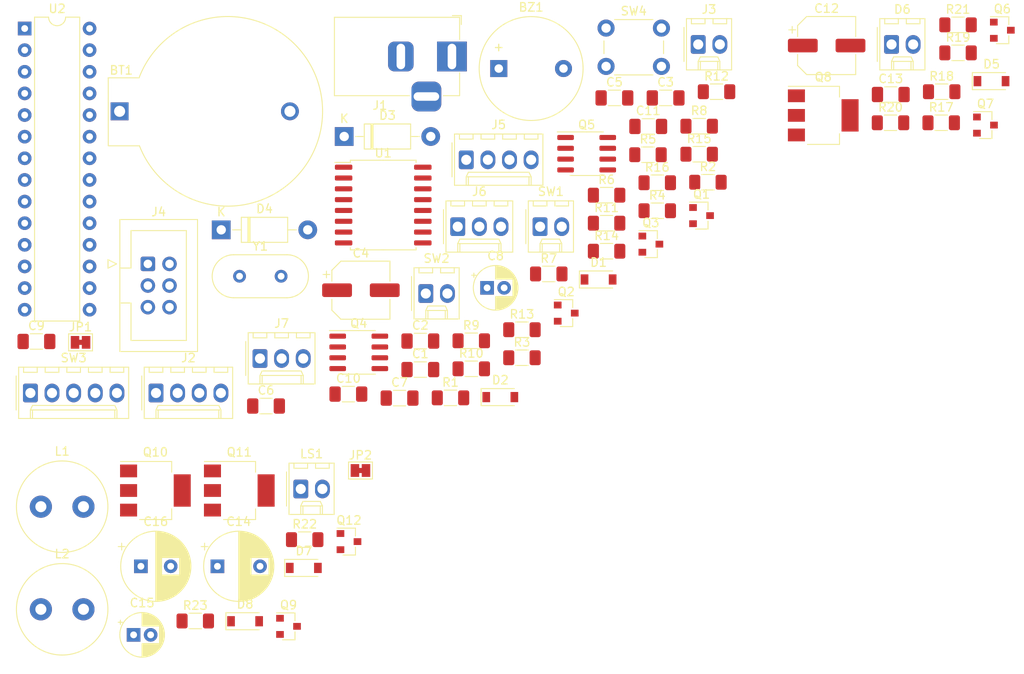
<source format=kicad_pcb>
(kicad_pcb (version 20171130) (host pcbnew 5.1.10-88a1d61d58~90~ubuntu20.04.1)
  (layers (0 F.Cu signal) (31 B.Cu signal) (34 B.Paste user) (35 F.Paste user) (36 B.SilkS user) (37 F.SilkS user) (38 B.Mask user) (39 F.Mask user) (44 Edge.Cuts user))
  (net 0 "")
  (net 1 GND)
  (net 2 "Net-(BT1-Pad1)")
  (net 3 "Net-(BZ1-Pad1)")
  (net 4 /BTN_stop)
  (net 5 /BTN_snooze)
  (net 6 +5V)
  (net 7 "Net-(C8-Pad1)")
  (net 8 /!RST)
  (net 9 "Net-(C10-Pad2)")
  (net 10 "Net-(C11-Pad1)")
  (net 11 "Net-(C12-Pad1)")
  (net 12 "Net-(C13-Pad1)")
  (net 13 "Net-(C14-Pad1)")
  (net 14 "Net-(C15-Pad1)")
  (net 15 "Net-(C16-Pad2)")
  (net 16 /buzzer)
  (net 17 "Net-(D1-Pad1)")
  (net 18 "Net-(D3-Pad2)")
  (net 19 "Net-(D3-Pad1)")
  (net 20 "Net-(D4-Pad2)")
  (net 21 "Net-(D4-Pad1)")
  (net 22 "Net-(D5-Pad2)")
  (net 23 "Net-(D6-Pad1)")
  (net 24 "Net-(D7-Pad2)")
  (net 25 /SCL)
  (net 26 /SDA)
  (net 27 "Net-(J3-Pad2)")
  (net 28 "Net-(J3-Pad1)")
  (net 29 /MOSI)
  (net 30 /SCK)
  (net 31 /MISO)
  (net 32 /TX)
  (net 33 /RX)
  (net 34 "Net-(JP1-Pad2)")
  (net 35 "Net-(JP2-Pad2)")
  (net 36 "Net-(Q1-Pad1)")
  (net 37 "Net-(Q3-Pad3)")
  (net 38 "Net-(Q3-Pad1)")
  (net 39 "Net-(Q4-Pad4)")
  (net 40 "Net-(Q5-Pad4)")
  (net 41 "Net-(Q6-Pad1)")
  (net 42 "Net-(Q7-Pad2)")
  (net 43 "Net-(Q10-Pad1)")
  (net 44 "Net-(Q9-Pad1)")
  (net 45 /LCD_BLU)
  (net 46 /enc_clk)
  (net 47 /enc_dt)
  (net 48 /enc_sw)
  (net 49 "Net-(R14-Pad1)")
  (net 50 /ambient)
  (net 51 /lamp)
  (net 52 /audio)
  (module Crystal:Crystal_HC49-U_Vertical (layer F.Cu) (at 105.523 73.975397)
    (fp_text reference Y1 (at 2.44 -3.525) (layer F.SilkS))
    (fp_text value 16MHz)
    (pad 2 thru_hole circle (at 4.88 0) (size 1.5 1.5) (drill 0.8) (layers *.Cu *.Mask) (net 10 "Net-(C11-Pad1)"))
    (pad 1 thru_hole circle (at 0 0) (size 1.5 1.5) (drill 0.8) (layers *.Cu *.Mask) (net 9 "Net-(C10-Pad2)"))
  )
  (module Package_DIP:DIP-28_W7.62mm (layer F.Cu) (at 80.293 44.885397)
    (fp_text reference U2 (at 3.81 -2.33) (layer F.SilkS))
    (fp_text value ATmega328P-PU)
    (pad 28 thru_hole oval (at 7.62 0) (size 1.6 1.6) (drill 0.8) (layers *.Cu *.Mask) (net 25 /SCL))
    (pad 14 thru_hole oval (at 0 33.02) (size 1.6 1.6) (drill 0.8) (layers *.Cu *.Mask))
    (pad 27 thru_hole oval (at 7.62 2.54) (size 1.6 1.6) (drill 0.8) (layers *.Cu *.Mask) (net 26 /SDA))
    (pad 13 thru_hole oval (at 0 30.48) (size 1.6 1.6) (drill 0.8) (layers *.Cu *.Mask) (net 45 /LCD_BLU))
    (pad 26 thru_hole oval (at 7.62 5.08) (size 1.6 1.6) (drill 0.8) (layers *.Cu *.Mask) (net 16 /buzzer))
    (pad 12 thru_hole oval (at 0 27.94) (size 1.6 1.6) (drill 0.8) (layers *.Cu *.Mask) (net 50 /ambient))
    (pad 25 thru_hole oval (at 7.62 7.62) (size 1.6 1.6) (drill 0.8) (layers *.Cu *.Mask) (net 48 /enc_sw))
    (pad 11 thru_hole oval (at 0 25.4) (size 1.6 1.6) (drill 0.8) (layers *.Cu *.Mask) (net 4 /BTN_stop))
    (pad 24 thru_hole oval (at 7.62 10.16) (size 1.6 1.6) (drill 0.8) (layers *.Cu *.Mask))
    (pad 10 thru_hole oval (at 0 22.86) (size 1.6 1.6) (drill 0.8) (layers *.Cu *.Mask) (net 10 "Net-(C11-Pad1)"))
    (pad 23 thru_hole oval (at 7.62 12.7) (size 1.6 1.6) (drill 0.8) (layers *.Cu *.Mask))
    (pad 9 thru_hole oval (at 0 20.32) (size 1.6 1.6) (drill 0.8) (layers *.Cu *.Mask) (net 9 "Net-(C10-Pad2)"))
    (pad 22 thru_hole oval (at 7.62 15.24) (size 1.6 1.6) (drill 0.8) (layers *.Cu *.Mask) (net 1 GND))
    (pad 8 thru_hole oval (at 0 17.78) (size 1.6 1.6) (drill 0.8) (layers *.Cu *.Mask) (net 1 GND))
    (pad 21 thru_hole oval (at 7.62 17.78) (size 1.6 1.6) (drill 0.8) (layers *.Cu *.Mask))
    (pad 7 thru_hole oval (at 0 15.24) (size 1.6 1.6) (drill 0.8) (layers *.Cu *.Mask) (net 6 +5V))
    (pad 20 thru_hole oval (at 7.62 20.32) (size 1.6 1.6) (drill 0.8) (layers *.Cu *.Mask) (net 6 +5V))
    (pad 6 thru_hole oval (at 0 12.7) (size 1.6 1.6) (drill 0.8) (layers *.Cu *.Mask) (net 5 /BTN_snooze))
    (pad 19 thru_hole oval (at 7.62 22.86) (size 1.6 1.6) (drill 0.8) (layers *.Cu *.Mask) (net 30 /SCK))
    (pad 5 thru_hole oval (at 0 10.16) (size 1.6 1.6) (drill 0.8) (layers *.Cu *.Mask) (net 47 /enc_dt))
    (pad 18 thru_hole oval (at 7.62 25.4) (size 1.6 1.6) (drill 0.8) (layers *.Cu *.Mask) (net 31 /MISO))
    (pad 4 thru_hole oval (at 0 7.62) (size 1.6 1.6) (drill 0.8) (layers *.Cu *.Mask) (net 46 /enc_clk))
    (pad 17 thru_hole oval (at 7.62 27.94) (size 1.6 1.6) (drill 0.8) (layers *.Cu *.Mask) (net 29 /MOSI))
    (pad 3 thru_hole oval (at 0 5.08) (size 1.6 1.6) (drill 0.8) (layers *.Cu *.Mask) (net 32 /TX))
    (pad 16 thru_hole oval (at 7.62 30.48) (size 1.6 1.6) (drill 0.8) (layers *.Cu *.Mask) (net 51 /lamp))
    (pad 2 thru_hole oval (at 0 2.54) (size 1.6 1.6) (drill 0.8) (layers *.Cu *.Mask) (net 33 /RX))
    (pad 15 thru_hole oval (at 7.62 33.02) (size 1.6 1.6) (drill 0.8) (layers *.Cu *.Mask) (net 52 /audio))
    (pad 1 thru_hole rect (at 0 0) (size 1.6 1.6) (drill 0.8) (layers *.Cu *.Mask) (net 8 /!RST))
  )
  (module Package_SO:SOIC-16W_7.5x10.3mm_P1.27mm (layer F.Cu) (at 122.393 65.615397)
    (fp_text reference U1 (at 0 -6.1) (layer F.SilkS))
    (fp_text value DS3231M)
    (pad 16 smd roundrect (at 4.65 -4.445) (size 2.05 0.6) (layers F.Cu F.Paste F.Mask) (net 25 /SCL))
    (pad 15 smd roundrect (at 4.65 -3.175) (size 2.05 0.6) (layers F.Cu F.Paste F.Mask) (net 26 /SDA))
    (pad 14 smd roundrect (at 4.65 -1.905) (size 2.05 0.6) (layers F.Cu F.Paste F.Mask) (net 2 "Net-(BT1-Pad1)"))
    (pad 13 smd roundrect (at 4.65 -0.635) (size 2.05 0.6) (layers F.Cu F.Paste F.Mask) (net 1 GND))
    (pad 12 smd roundrect (at 4.65 0.635) (size 2.05 0.6) (layers F.Cu F.Paste F.Mask) (net 1 GND))
    (pad 11 smd roundrect (at 4.65 1.905) (size 2.05 0.6) (layers F.Cu F.Paste F.Mask) (net 1 GND))
    (pad 10 smd roundrect (at 4.65 3.175) (size 2.05 0.6) (layers F.Cu F.Paste F.Mask) (net 1 GND))
    (pad 9 smd roundrect (at 4.65 4.445) (size 2.05 0.6) (layers F.Cu F.Paste F.Mask) (net 1 GND))
    (pad 8 smd roundrect (at -4.65 4.445) (size 2.05 0.6) (layers F.Cu F.Paste F.Mask) (net 1 GND))
    (pad 7 smd roundrect (at -4.65 3.175) (size 2.05 0.6) (layers F.Cu F.Paste F.Mask) (net 1 GND))
    (pad 6 smd roundrect (at -4.65 1.905) (size 2.05 0.6) (layers F.Cu F.Paste F.Mask) (net 1 GND))
    (pad 5 smd roundrect (at -4.65 0.635) (size 2.05 0.6) (layers F.Cu F.Paste F.Mask) (net 1 GND))
    (pad 4 smd roundrect (at -4.65 -0.635) (size 2.05 0.6) (layers F.Cu F.Paste F.Mask))
    (pad 3 smd roundrect (at -4.65 -1.905) (size 2.05 0.6) (layers F.Cu F.Paste F.Mask))
    (pad 2 smd roundrect (at -4.65 -3.175) (size 2.05 0.6) (layers F.Cu F.Paste F.Mask) (net 6 +5V))
    (pad 1 smd roundrect (at -4.65 -4.445) (size 2.05 0.6) (layers F.Cu F.Paste F.Mask))
  )
  (module Button_Switch_THT:SW_PUSH_6mm_H4.3mm (layer F.Cu) (at 148.563 44.835397)
    (fp_text reference SW4 (at 3.25 -2) (layer F.SilkS))
    (fp_text value SW_Push)
    (pad 1 thru_hole circle (at 6.5 0 90) (size 2 2) (drill 1.1) (layers *.Cu *.Mask) (net 49 "Net-(R14-Pad1)"))
    (pad 2 thru_hole circle (at 6.5 4.5 90) (size 2 2) (drill 1.1) (layers *.Cu *.Mask) (net 1 GND))
    (pad 1 thru_hole circle (at 0 0 90) (size 2 2) (drill 1.1) (layers *.Cu *.Mask) (net 49 "Net-(R14-Pad1)"))
    (pad 2 thru_hole circle (at 0 4.5 90) (size 2 2) (drill 1.1) (layers *.Cu *.Mask) (net 1 GND))
  )
  (module Connector_Molex:Molex_KK-254_AE-6410-05A_1x05_P2.54mm_Vertical (layer F.Cu) (at 80.963 87.685397)
    (fp_text reference SW3 (at 5.08 -4.12) (layer F.SilkS))
    (fp_text value Rotary_Encoder_Switch)
    (pad 5 thru_hole oval (at 10.16 0) (size 1.74 2.19) (drill 1.19) (layers *.Cu *.Mask))
    (pad 4 thru_hole oval (at 7.62 0) (size 1.74 2.19) (drill 1.19) (layers *.Cu *.Mask))
    (pad 3 thru_hole oval (at 5.08 0) (size 1.74 2.19) (drill 1.19) (layers *.Cu *.Mask))
    (pad 2 thru_hole oval (at 2.54 0) (size 1.74 2.19) (drill 1.19) (layers *.Cu *.Mask))
    (pad 1 thru_hole roundrect (at 0 0) (size 1.74 2.19) (drill 1.19) (layers *.Cu *.Mask) (roundrect_rratio 0.143678))
  )
  (module Connector_Molex:Molex_KK-254_AE-6410-02A_1x02_P2.54mm_Vertical (layer F.Cu) (at 127.393 76.005397)
    (fp_text reference SW2 (at 1.27 -4.12) (layer F.SilkS))
    (fp_text value SW_Push)
    (pad 2 thru_hole oval (at 2.54 0) (size 1.74 2.19) (drill 1.19) (layers *.Cu *.Mask) (net 1 GND))
    (pad 1 thru_hole roundrect (at 0 0) (size 1.74 2.19) (drill 1.19) (layers *.Cu *.Mask) (roundrect_rratio 0.143678) (net 5 /BTN_snooze))
  )
  (module Connector_Molex:Molex_KK-254_AE-6410-02A_1x02_P2.54mm_Vertical (layer F.Cu) (at 140.813 68.155397)
    (fp_text reference SW1 (at 1.27 -4.12) (layer F.SilkS))
    (fp_text value SW_Push)
    (pad 2 thru_hole oval (at 2.54 0) (size 1.74 2.19) (drill 1.19) (layers *.Cu *.Mask) (net 1 GND))
    (pad 1 thru_hole roundrect (at 0 0) (size 1.74 2.19) (drill 1.19) (layers *.Cu *.Mask) (roundrect_rratio 0.143678) (net 4 /BTN_stop))
  )
  (module Resistor_SMD:R_1206_3216Metric_Pad1.30x1.75mm_HandSolder (layer F.Cu) (at 100.323 114.455397)
    (fp_text reference R23 (at 0 -1.82) (layer F.SilkS))
    (fp_text value 330)
    (pad 2 smd roundrect (at 1.55 0) (size 1.3 1.75) (layers F.Cu F.Paste F.Mask) (roundrect_rratio 0.192308) (net 43 "Net-(Q10-Pad1)"))
    (pad 1 smd roundrect (at -1.55 0) (size 1.3 1.75) (layers F.Cu F.Paste F.Mask) (roundrect_rratio 0.192308) (net 6 +5V))
  )
  (module Resistor_SMD:R_1206_3216Metric_Pad1.30x1.75mm_HandSolder (layer F.Cu) (at 113.173 104.905397)
    (fp_text reference R22 (at 0 -1.82) (layer F.SilkS))
    (fp_text value 1k)
    (pad 2 smd roundrect (at 1.55 0) (size 1.3 1.75) (layers F.Cu F.Paste F.Mask) (roundrect_rratio 0.192308) (net 52 /audio))
    (pad 1 smd roundrect (at -1.55 0) (size 1.3 1.75) (layers F.Cu F.Paste F.Mask) (roundrect_rratio 0.192308) (net 44 "Net-(Q9-Pad1)"))
  )
  (module Resistor_SMD:R_1206_3216Metric_Pad1.30x1.75mm_HandSolder (layer F.Cu) (at 189.893 44.455397)
    (fp_text reference R21 (at 0 -1.82) (layer F.SilkS))
    (fp_text value 6R8)
    (pad 2 smd roundrect (at 1.55 0) (size 1.3 1.75) (layers F.Cu F.Paste F.Mask) (roundrect_rratio 0.192308) (net 1 GND))
    (pad 1 smd roundrect (at -1.55 0) (size 1.3 1.75) (layers F.Cu F.Paste F.Mask) (roundrect_rratio 0.192308) (net 41 "Net-(Q6-Pad1)"))
  )
  (module Resistor_SMD:R_1206_3216Metric_Pad1.30x1.75mm_HandSolder (layer F.Cu) (at 181.963 55.955397)
    (fp_text reference R20 (at 0 -1.82) (layer F.SilkS))
    (fp_text value 10k)
    (pad 2 smd roundrect (at 1.55 0) (size 1.3 1.75) (layers F.Cu F.Paste F.Mask) (roundrect_rratio 0.192308) (net 1 GND))
    (pad 1 smd roundrect (at -1.55 0) (size 1.3 1.75) (layers F.Cu F.Paste F.Mask) (roundrect_rratio 0.192308) (net 12 "Net-(C13-Pad1)"))
  )
  (module Resistor_SMD:R_1206_3216Metric_Pad1.30x1.75mm_HandSolder (layer F.Cu) (at 189.893 47.745397)
    (fp_text reference R19 (at 0 -1.82) (layer F.SilkS))
    (fp_text value 22k)
    (pad 2 smd roundrect (at 1.55 0) (size 1.3 1.75) (layers F.Cu F.Paste F.Mask) (roundrect_rratio 0.192308) (net 12 "Net-(C13-Pad1)"))
    (pad 1 smd roundrect (at -1.55 0) (size 1.3 1.75) (layers F.Cu F.Paste F.Mask) (roundrect_rratio 0.192308) (net 6 +5V))
  )
  (module Resistor_SMD:R_1206_3216Metric_Pad1.30x1.75mm_HandSolder (layer F.Cu) (at 187.973 52.305397)
    (fp_text reference R18 (at 0 -1.82) (layer F.SilkS))
    (fp_text value 10k)
    (pad 2 smd roundrect (at 1.55 0) (size 1.3 1.75) (layers F.Cu F.Paste F.Mask) (roundrect_rratio 0.192308) (net 11 "Net-(C12-Pad1)"))
    (pad 1 smd roundrect (at -1.55 0) (size 1.3 1.75) (layers F.Cu F.Paste F.Mask) (roundrect_rratio 0.192308) (net 12 "Net-(C13-Pad1)"))
  )
  (module Resistor_SMD:R_1206_3216Metric_Pad1.30x1.75mm_HandSolder (layer F.Cu) (at 187.913 55.955397)
    (fp_text reference R17 (at 0 -1.82) (layer F.SilkS))
    (fp_text value 1k)
    (pad 2 smd roundrect (at 1.55 0) (size 1.3 1.75) (layers F.Cu F.Paste F.Mask) (roundrect_rratio 0.192308) (net 50 /ambient))
    (pad 1 smd roundrect (at -1.55 0) (size 1.3 1.75) (layers F.Cu F.Paste F.Mask) (roundrect_rratio 0.192308) (net 11 "Net-(C12-Pad1)"))
  )
  (module Resistor_SMD:R_1206_3216Metric_Pad1.30x1.75mm_HandSolder (layer F.Cu) (at 154.573 62.995397)
    (fp_text reference R16 (at 0 -1.82) (layer F.SilkS))
    (fp_text value 220)
    (pad 2 smd roundrect (at 1.55 0) (size 1.3 1.75) (layers F.Cu F.Paste F.Mask) (roundrect_rratio 0.192308) (net 51 /lamp))
    (pad 1 smd roundrect (at -1.55 0) (size 1.3 1.75) (layers F.Cu F.Paste F.Mask) (roundrect_rratio 0.192308) (net 40 "Net-(Q5-Pad4)"))
  )
  (module Resistor_SMD:R_1206_3216Metric_Pad1.30x1.75mm_HandSolder (layer F.Cu) (at 159.493 59.645397)
    (fp_text reference R15 (at 0 -1.82) (layer F.SilkS))
    (fp_text value 220)
    (pad 2 smd roundrect (at 1.55 0) (size 1.3 1.75) (layers F.Cu F.Paste F.Mask) (roundrect_rratio 0.192308) (net 50 /ambient))
    (pad 1 smd roundrect (at -1.55 0) (size 1.3 1.75) (layers F.Cu F.Paste F.Mask) (roundrect_rratio 0.192308) (net 39 "Net-(Q4-Pad4)"))
  )
  (module Resistor_SMD:R_1206_3216Metric_Pad1.30x1.75mm_HandSolder (layer F.Cu) (at 148.623 71.035397)
    (fp_text reference R14 (at 0 -1.82) (layer F.SilkS))
    (fp_text value 330)
    (pad 2 smd roundrect (at 1.55 0) (size 1.3 1.75) (layers F.Cu F.Paste F.Mask) (roundrect_rratio 0.192308) (net 8 /!RST))
    (pad 1 smd roundrect (at -1.55 0) (size 1.3 1.75) (layers F.Cu F.Paste F.Mask) (roundrect_rratio 0.192308) (net 49 "Net-(R14-Pad1)"))
  )
  (module Resistor_SMD:R_1206_3216Metric_Pad1.30x1.75mm_HandSolder (layer F.Cu) (at 138.683 80.255397)
    (fp_text reference R13 (at 0 -1.82) (layer F.SilkS))
    (fp_text value 10k)
    (pad 2 smd roundrect (at 1.55 0) (size 1.3 1.75) (layers F.Cu F.Paste F.Mask) (roundrect_rratio 0.192308) (net 8 /!RST))
    (pad 1 smd roundrect (at -1.55 0) (size 1.3 1.75) (layers F.Cu F.Paste F.Mask) (roundrect_rratio 0.192308) (net 6 +5V))
  )
  (module Resistor_SMD:R_1206_3216Metric_Pad1.30x1.75mm_HandSolder (layer F.Cu) (at 161.533 52.305397)
    (fp_text reference R12 (at 0 -1.82) (layer F.SilkS))
    (fp_text value 100k)
    (pad 2 smd roundrect (at 1.55 0) (size 1.3 1.75) (layers F.Cu F.Paste F.Mask) (roundrect_rratio 0.192308) (net 1 GND))
    (pad 1 smd roundrect (at -1.55 0) (size 1.3 1.75) (layers F.Cu F.Paste F.Mask) (roundrect_rratio 0.192308) (net 7 "Net-(C8-Pad1)"))
  )
  (module Resistor_SMD:R_1206_3216Metric_Pad1.30x1.75mm_HandSolder (layer F.Cu) (at 148.623 67.745397)
    (fp_text reference R11 (at 0 -1.82) (layer F.SilkS))
    (fp_text value 100k)
    (pad 2 smd roundrect (at 1.55 0) (size 1.3 1.75) (layers F.Cu F.Paste F.Mask) (roundrect_rratio 0.192308) (net 38 "Net-(Q3-Pad1)"))
    (pad 1 smd roundrect (at -1.55 0) (size 1.3 1.75) (layers F.Cu F.Paste F.Mask) (roundrect_rratio 0.192308) (net 7 "Net-(C8-Pad1)"))
  )
  (module Resistor_SMD:R_1206_3216Metric_Pad1.30x1.75mm_HandSolder (layer F.Cu) (at 132.733 84.845397)
    (fp_text reference R10 (at 0 -1.82) (layer F.SilkS))
    (fp_text value 10k)
    (pad 2 smd roundrect (at 1.55 0) (size 1.3 1.75) (layers F.Cu F.Paste F.Mask) (roundrect_rratio 0.192308) (net 17 "Net-(D1-Pad1)"))
    (pad 1 smd roundrect (at -1.55 0) (size 1.3 1.75) (layers F.Cu F.Paste F.Mask) (roundrect_rratio 0.192308) (net 37 "Net-(Q3-Pad3)"))
  )
  (module Resistor_SMD:R_1206_3216Metric_Pad1.30x1.75mm_HandSolder (layer F.Cu) (at 132.733 81.555397)
    (fp_text reference R9 (at 0 -1.82) (layer F.SilkS))
    (fp_text value 10k)
    (pad 2 smd roundrect (at 1.55 0) (size 1.3 1.75) (layers F.Cu F.Paste F.Mask) (roundrect_rratio 0.192308) (net 48 /enc_sw))
    (pad 1 smd roundrect (at -1.55 0) (size 1.3 1.75) (layers F.Cu F.Paste F.Mask) (roundrect_rratio 0.192308) (net 6 +5V))
  )
  (module Resistor_SMD:R_1206_3216Metric_Pad1.30x1.75mm_HandSolder (layer F.Cu) (at 159.493 56.355397)
    (fp_text reference R8 (at 0 -1.82) (layer F.SilkS))
    (fp_text value 10k)
    (pad 2 smd roundrect (at 1.55 0) (size 1.3 1.75) (layers F.Cu F.Paste F.Mask) (roundrect_rratio 0.192308) (net 47 /enc_dt))
    (pad 1 smd roundrect (at -1.55 0) (size 1.3 1.75) (layers F.Cu F.Paste F.Mask) (roundrect_rratio 0.192308) (net 6 +5V))
  )
  (module Resistor_SMD:R_1206_3216Metric_Pad1.30x1.75mm_HandSolder (layer F.Cu) (at 141.833 73.705397)
    (fp_text reference R7 (at 0 -1.82) (layer F.SilkS))
    (fp_text value 10k)
    (pad 2 smd roundrect (at 1.55 0) (size 1.3 1.75) (layers F.Cu F.Paste F.Mask) (roundrect_rratio 0.192308) (net 46 /enc_clk))
    (pad 1 smd roundrect (at -1.55 0) (size 1.3 1.75) (layers F.Cu F.Paste F.Mask) (roundrect_rratio 0.192308) (net 6 +5V))
  )
  (module Resistor_SMD:R_1206_3216Metric_Pad1.30x1.75mm_HandSolder (layer F.Cu) (at 148.623 64.455397)
    (fp_text reference R6 (at 0 -1.82) (layer F.SilkS))
    (fp_text value 10k)
    (pad 2 smd roundrect (at 1.55 0) (size 1.3 1.75) (layers F.Cu F.Paste F.Mask) (roundrect_rratio 0.192308) (net 5 /BTN_snooze))
    (pad 1 smd roundrect (at -1.55 0) (size 1.3 1.75) (layers F.Cu F.Paste F.Mask) (roundrect_rratio 0.192308) (net 6 +5V))
  )
  (module Resistor_SMD:R_1206_3216Metric_Pad1.30x1.75mm_HandSolder (layer F.Cu) (at 153.483 59.705397)
    (fp_text reference R5 (at 0 -1.82) (layer F.SilkS))
    (fp_text value 3k3)
    (pad 2 smd roundrect (at 1.55 0) (size 1.3 1.75) (layers F.Cu F.Paste F.Mask) (roundrect_rratio 0.192308) (net 27 "Net-(J3-Pad2)"))
    (pad 1 smd roundrect (at -1.55 0) (size 1.3 1.75) (layers F.Cu F.Paste F.Mask) (roundrect_rratio 0.192308) (net 28 "Net-(J3-Pad1)"))
  )
  (module Resistor_SMD:R_1206_3216Metric_Pad1.30x1.75mm_HandSolder (layer F.Cu) (at 154.573 66.285397)
    (fp_text reference R4 (at 0 -1.82) (layer F.SilkS))
    (fp_text value DNP)
    (pad 2 smd roundrect (at 1.55 0) (size 1.3 1.75) (layers F.Cu F.Paste F.Mask) (roundrect_rratio 0.192308) (net 25 /SCL))
    (pad 1 smd roundrect (at -1.55 0) (size 1.3 1.75) (layers F.Cu F.Paste F.Mask) (roundrect_rratio 0.192308) (net 6 +5V))
  )
  (module Resistor_SMD:R_1206_3216Metric_Pad1.30x1.75mm_HandSolder (layer F.Cu) (at 138.683 83.545397)
    (fp_text reference R3 (at 0 -1.82) (layer F.SilkS))
    (fp_text value DNP)
    (pad 2 smd roundrect (at 1.55 0) (size 1.3 1.75) (layers F.Cu F.Paste F.Mask) (roundrect_rratio 0.192308) (net 26 /SDA))
    (pad 1 smd roundrect (at -1.55 0) (size 1.3 1.75) (layers F.Cu F.Paste F.Mask) (roundrect_rratio 0.192308) (net 6 +5V))
  )
  (module Resistor_SMD:R_1206_3216Metric_Pad1.30x1.75mm_HandSolder (layer F.Cu) (at 160.523 62.935397)
    (fp_text reference R2 (at 0 -1.82) (layer F.SilkS))
    (fp_text value 10k)
    (pad 2 smd roundrect (at 1.55 0) (size 1.3 1.75) (layers F.Cu F.Paste F.Mask) (roundrect_rratio 0.192308) (net 45 /LCD_BLU))
    (pad 1 smd roundrect (at -1.55 0) (size 1.3 1.75) (layers F.Cu F.Paste F.Mask) (roundrect_rratio 0.192308) (net 36 "Net-(Q1-Pad1)"))
  )
  (module Resistor_SMD:R_1206_3216Metric_Pad1.30x1.75mm_HandSolder (layer F.Cu) (at 130.293 88.255397)
    (fp_text reference R1 (at 0 -1.82) (layer F.SilkS))
    (fp_text value 10k)
    (pad 2 smd roundrect (at 1.55 0) (size 1.3 1.75) (layers F.Cu F.Paste F.Mask) (roundrect_rratio 0.192308) (net 4 /BTN_stop))
    (pad 1 smd roundrect (at -1.55 0) (size 1.3 1.75) (layers F.Cu F.Paste F.Mask) (roundrect_rratio 0.192308) (net 6 +5V))
  )
  (module Package_TO_SOT_SMD:SOT-23 (layer F.Cu) (at 118.373 105.135397)
    (fp_text reference Q12 (at 0 -2.5) (layer F.SilkS))
    (fp_text value BC847)
    (pad 3 smd rect (at 1 0) (size 0.9 0.8) (layers F.Cu F.Paste F.Mask) (net 1 GND))
    (pad 2 smd rect (at -1 0.95) (size 0.9 0.8) (layers F.Cu F.Paste F.Mask) (net 35 "Net-(JP2-Pad2)"))
    (pad 1 smd rect (at -1 -0.95) (size 0.9 0.8) (layers F.Cu F.Paste F.Mask) (net 1 GND))
  )
  (module Package_TO_SOT_SMD:SOT-223-3_TabPin2 (layer F.Cu) (at 105.493 99.135397)
    (fp_text reference Q11 (at 0 -4.5) (layer F.SilkS))
    (fp_text value BCP53)
    (pad 1 smd rect (at -3.15 -2.3) (size 2 1.5) (layers F.Cu F.Paste F.Mask) (net 43 "Net-(Q10-Pad1)"))
    (pad 3 smd rect (at -3.15 2.3) (size 2 1.5) (layers F.Cu F.Paste F.Mask) (net 24 "Net-(D7-Pad2)"))
    (pad 2 smd rect (at -3.15 0) (size 2 1.5) (layers F.Cu F.Paste F.Mask) (net 1 GND))
    (pad 2 smd rect (at 3.15 0) (size 2 3.8) (layers F.Cu F.Paste F.Mask) (net 1 GND))
  )
  (module Package_TO_SOT_SMD:SOT-223-3_TabPin2 (layer F.Cu) (at 95.643 99.135397)
    (fp_text reference Q10 (at 0 -4.5) (layer F.SilkS))
    (fp_text value BCP56)
    (pad 1 smd rect (at -3.15 -2.3) (size 2 1.5) (layers F.Cu F.Paste F.Mask) (net 43 "Net-(Q10-Pad1)"))
    (pad 3 smd rect (at -3.15 2.3) (size 2 1.5) (layers F.Cu F.Paste F.Mask) (net 24 "Net-(D7-Pad2)"))
    (pad 2 smd rect (at -3.15 0) (size 2 1.5) (layers F.Cu F.Paste F.Mask) (net 6 +5V))
    (pad 2 smd rect (at 3.15 0) (size 2 3.8) (layers F.Cu F.Paste F.Mask) (net 6 +5V))
  )
  (module Package_TO_SOT_SMD:SOT-23 (layer F.Cu) (at 111.273 115.085397)
    (fp_text reference Q9 (at 0 -2.5) (layer F.SilkS))
    (fp_text value BC847)
    (pad 3 smd rect (at 1 0) (size 0.9 0.8) (layers F.Cu F.Paste F.Mask) (net 43 "Net-(Q10-Pad1)"))
    (pad 2 smd rect (at -1 0.95) (size 0.9 0.8) (layers F.Cu F.Paste F.Mask) (net 1 GND))
    (pad 1 smd rect (at -1 -0.95) (size 0.9 0.8) (layers F.Cu F.Paste F.Mask) (net 44 "Net-(Q9-Pad1)"))
  )
  (module Package_TO_SOT_SMD:SOT-223-3_TabPin2 (layer F.Cu) (at 174.063 55.085397)
    (fp_text reference Q8 (at 0 -4.5) (layer F.SilkS))
    (fp_text value BCP56)
    (pad 1 smd rect (at -3.15 -2.3) (size 2 1.5) (layers F.Cu F.Paste F.Mask) (net 42 "Net-(Q7-Pad2)"))
    (pad 3 smd rect (at -3.15 2.3) (size 2 1.5) (layers F.Cu F.Paste F.Mask) (net 41 "Net-(Q6-Pad1)"))
    (pad 2 smd rect (at -3.15 0) (size 2 1.5) (layers F.Cu F.Paste F.Mask) (net 23 "Net-(D6-Pad1)"))
    (pad 2 smd rect (at 3.15 0) (size 2 3.8) (layers F.Cu F.Paste F.Mask) (net 23 "Net-(D6-Pad1)"))
  )
  (module Package_TO_SOT_SMD:SOT-23 (layer F.Cu) (at 193.113 56.225397)
    (fp_text reference Q7 (at 0 -2.5) (layer F.SilkS))
    (fp_text value BC847)
    (pad 3 smd rect (at 1 0) (size 0.9 0.8) (layers F.Cu F.Paste F.Mask) (net 23 "Net-(D6-Pad1)"))
    (pad 2 smd rect (at -1 0.95) (size 0.9 0.8) (layers F.Cu F.Paste F.Mask) (net 42 "Net-(Q7-Pad2)"))
    (pad 1 smd rect (at -1 -0.95) (size 0.9 0.8) (layers F.Cu F.Paste F.Mask) (net 12 "Net-(C13-Pad1)"))
  )
  (module Package_TO_SOT_SMD:SOT-23 (layer F.Cu) (at 195.093 45.085397)
    (fp_text reference Q6 (at 0 -2.5) (layer F.SilkS))
    (fp_text value BC847)
    (pad 3 smd rect (at 1 0) (size 0.9 0.8) (layers F.Cu F.Paste F.Mask) (net 12 "Net-(C13-Pad1)"))
    (pad 2 smd rect (at -1 0.95) (size 0.9 0.8) (layers F.Cu F.Paste F.Mask) (net 22 "Net-(D5-Pad2)"))
    (pad 1 smd rect (at -1 -0.95) (size 0.9 0.8) (layers F.Cu F.Paste F.Mask) (net 41 "Net-(Q6-Pad1)"))
  )
  (module Package_SO:SOIC-8_3.9x4.9mm_P1.27mm (layer F.Cu) (at 146.283 59.585397)
    (fp_text reference Q5 (at 0 -3.4) (layer F.SilkS))
    (fp_text value IRL6342PbF)
    (pad 8 smd roundrect (at 2.475 -1.905) (size 1.95 0.6) (layers F.Cu F.Paste F.Mask) (net 20 "Net-(D4-Pad2)"))
    (pad 7 smd roundrect (at 2.475 -0.635) (size 1.95 0.6) (layers F.Cu F.Paste F.Mask) (net 20 "Net-(D4-Pad2)"))
    (pad 6 smd roundrect (at 2.475 0.635) (size 1.95 0.6) (layers F.Cu F.Paste F.Mask) (net 20 "Net-(D4-Pad2)"))
    (pad 5 smd roundrect (at 2.475 1.905) (size 1.95 0.6) (layers F.Cu F.Paste F.Mask) (net 20 "Net-(D4-Pad2)"))
    (pad 4 smd roundrect (at -2.475 1.905) (size 1.95 0.6) (layers F.Cu F.Paste F.Mask) (net 40 "Net-(Q5-Pad4)"))
    (pad 3 smd roundrect (at -2.475 0.635) (size 1.95 0.6) (layers F.Cu F.Paste F.Mask) (net 1 GND))
    (pad 2 smd roundrect (at -2.475 -0.635) (size 1.95 0.6) (layers F.Cu F.Paste F.Mask) (net 1 GND))
    (pad 1 smd roundrect (at -2.475 -1.905) (size 1.95 0.6) (layers F.Cu F.Paste F.Mask) (net 1 GND))
  )
  (module Package_SO:SOIC-8_3.9x4.9mm_P1.27mm (layer F.Cu) (at 119.523 82.915397)
    (fp_text reference Q4 (at 0 -3.4) (layer F.SilkS))
    (fp_text value IRL6342PbF)
    (pad 8 smd roundrect (at 2.475 -1.905) (size 1.95 0.6) (layers F.Cu F.Paste F.Mask) (net 18 "Net-(D3-Pad2)"))
    (pad 7 smd roundrect (at 2.475 -0.635) (size 1.95 0.6) (layers F.Cu F.Paste F.Mask) (net 18 "Net-(D3-Pad2)"))
    (pad 6 smd roundrect (at 2.475 0.635) (size 1.95 0.6) (layers F.Cu F.Paste F.Mask) (net 18 "Net-(D3-Pad2)"))
    (pad 5 smd roundrect (at 2.475 1.905) (size 1.95 0.6) (layers F.Cu F.Paste F.Mask) (net 18 "Net-(D3-Pad2)"))
    (pad 4 smd roundrect (at -2.475 1.905) (size 1.95 0.6) (layers F.Cu F.Paste F.Mask) (net 39 "Net-(Q4-Pad4)"))
    (pad 3 smd roundrect (at -2.475 0.635) (size 1.95 0.6) (layers F.Cu F.Paste F.Mask) (net 1 GND))
    (pad 2 smd roundrect (at -2.475 -0.635) (size 1.95 0.6) (layers F.Cu F.Paste F.Mask) (net 1 GND))
    (pad 1 smd roundrect (at -2.475 -1.905) (size 1.95 0.6) (layers F.Cu F.Paste F.Mask) (net 1 GND))
  )
  (module Package_TO_SOT_SMD:SOT-23 (layer F.Cu) (at 153.823 70.205397)
    (fp_text reference Q3 (at 0 -2.5) (layer F.SilkS))
    (fp_text value BC847)
    (pad 3 smd rect (at 1 0) (size 0.9 0.8) (layers F.Cu F.Paste F.Mask) (net 37 "Net-(Q3-Pad3)"))
    (pad 2 smd rect (at -1 0.95) (size 0.9 0.8) (layers F.Cu F.Paste F.Mask) (net 1 GND))
    (pad 1 smd rect (at -1 -0.95) (size 0.9 0.8) (layers F.Cu F.Paste F.Mask) (net 38 "Net-(Q3-Pad1)"))
  )
  (module Package_TO_SOT_SMD:SOT-23 (layer F.Cu) (at 143.883 78.305397)
    (fp_text reference Q2 (at 0 -2.5) (layer F.SilkS))
    (fp_text value BC857B)
    (pad 3 smd rect (at 1 0) (size 0.9 0.8) (layers F.Cu F.Paste F.Mask) (net 3 "Net-(BZ1-Pad1)"))
    (pad 2 smd rect (at -1 0.95) (size 0.9 0.8) (layers F.Cu F.Paste F.Mask) (net 34 "Net-(JP1-Pad2)"))
    (pad 1 smd rect (at -1 -0.95) (size 0.9 0.8) (layers F.Cu F.Paste F.Mask) (net 17 "Net-(D1-Pad1)"))
  )
  (module Package_TO_SOT_SMD:SOT-23 (layer F.Cu) (at 159.773 66.855397)
    (fp_text reference Q1 (at 0 -2.5) (layer F.SilkS))
    (fp_text value BC857)
    (pad 3 smd rect (at 1 0) (size 0.9 0.8) (layers F.Cu F.Paste F.Mask) (net 27 "Net-(J3-Pad2)"))
    (pad 2 smd rect (at -1 0.95) (size 0.9 0.8) (layers F.Cu F.Paste F.Mask) (net 28 "Net-(J3-Pad1)"))
    (pad 1 smd rect (at -1 -0.95) (size 0.9 0.8) (layers F.Cu F.Paste F.Mask) (net 36 "Net-(Q1-Pad1)"))
  )
  (module Connector_Molex:Molex_KK-254_AE-6410-02A_1x02_P2.54mm_Vertical (layer F.Cu) (at 112.713 98.955397)
    (fp_text reference LS1 (at 1.27 -4.12) (layer F.SilkS))
    (fp_text value "8 ohm")
    (pad 2 thru_hole oval (at 2.54 0) (size 1.74 2.19) (drill 1.19) (layers *.Cu *.Mask) (net 1 GND))
    (pad 1 thru_hole roundrect (at 0 0) (size 1.74 2.19) (drill 1.19) (layers *.Cu *.Mask) (roundrect_rratio 0.143678) (net 15 "Net-(C16-Pad2)"))
  )
  (module Inductor_THT:L_Radial_D10.5mm_P5.00mm_Abacron_AISR-01 (layer F.Cu) (at 82.193 113.085397)
    (fp_text reference L2 (at 2.5 -6.5) (layer F.SilkS))
    (fp_text value 100u)
    (pad 2 thru_hole circle (at 5 0) (size 2.6 2.6) (drill 1.3) (layers *.Cu *.Mask) (net 14 "Net-(C15-Pad1)"))
    (pad 1 thru_hole circle (at 0 0) (size 2.6 2.6) (drill 1.3) (layers *.Cu *.Mask) (net 13 "Net-(C14-Pad1)"))
  )
  (module Inductor_THT:L_Radial_D10.5mm_P5.00mm_Abacron_AISR-01 (layer F.Cu) (at 82.193 101.035397)
    (fp_text reference L1 (at 2.5 -6.5) (layer F.SilkS))
    (fp_text value 220u)
    (pad 2 thru_hole circle (at 5 0) (size 2.6 2.6) (drill 1.3) (layers *.Cu *.Mask) (net 13 "Net-(C14-Pad1)"))
    (pad 1 thru_hole circle (at 0 0) (size 2.6 2.6) (drill 1.3) (layers *.Cu *.Mask) (net 24 "Net-(D7-Pad2)"))
  )
  (module Jumper:SolderJumper-2_P1.3mm_Bridged_Pad1.0x1.5mm (layer F.Cu) (at 119.723 96.785397)
    (fp_text reference JP2 (at 0 -1.8) (layer F.SilkS))
    (fp_text value SolderJumper_2_Bridged)
    (fp_poly (pts (xy -0.25 -0.3) (xy 0.25 -0.3) (xy 0.25 0.3) (xy -0.25 0.3)) (layer F.Cu) (width 0))
    (pad 2 smd rect (at 0.65 0) (size 1 1.5) (layers F.Cu F.Mask) (net 35 "Net-(JP2-Pad2)"))
    (pad 1 smd rect (at -0.65 0) (size 1 1.5) (layers F.Cu F.Mask) (net 14 "Net-(C15-Pad1)"))
  )
  (module Jumper:SolderJumper-2_P1.3mm_Bridged_Pad1.0x1.5mm (layer F.Cu) (at 86.853 81.735397)
    (fp_text reference JP1 (at 0 -1.8) (layer F.SilkS))
    (fp_text value SolderJumper_2_Bridged)
    (fp_poly (pts (xy -0.25 -0.3) (xy 0.25 -0.3) (xy 0.25 0.3) (xy -0.25 0.3)) (layer F.Cu) (width 0))
    (pad 2 smd rect (at 0.65 0) (size 1 1.5) (layers F.Cu F.Mask) (net 34 "Net-(JP1-Pad2)"))
    (pad 1 smd rect (at -0.65 0) (size 1 1.5) (layers F.Cu F.Mask) (net 2 "Net-(BT1-Pad1)"))
  )
  (module Connector_Molex:Molex_KK-254_AE-6410-03A_1x03_P2.54mm_Vertical (layer F.Cu) (at 107.923 83.635397)
    (fp_text reference J7 (at 2.54 -4.12) (layer F.SilkS))
    (fp_text value Conn_01x03)
    (pad 3 thru_hole oval (at 5.08 0) (size 1.74 2.19) (drill 1.19) (layers *.Cu *.Mask) (net 1 GND))
    (pad 2 thru_hole oval (at 2.54 0) (size 1.74 2.19) (drill 1.19) (layers *.Cu *.Mask) (net 20 "Net-(D4-Pad2)"))
    (pad 1 thru_hole roundrect (at 0 0) (size 1.74 2.19) (drill 1.19) (layers *.Cu *.Mask) (roundrect_rratio 0.143678) (net 21 "Net-(D4-Pad1)"))
  )
  (module Connector_Molex:Molex_KK-254_AE-6410-03A_1x03_P2.54mm_Vertical (layer F.Cu) (at 131.143 68.155397)
    (fp_text reference J6 (at 2.54 -4.12) (layer F.SilkS))
    (fp_text value Conn_01x03)
    (pad 3 thru_hole oval (at 5.08 0) (size 1.74 2.19) (drill 1.19) (layers *.Cu *.Mask) (net 1 GND))
    (pad 2 thru_hole oval (at 2.54 0) (size 1.74 2.19) (drill 1.19) (layers *.Cu *.Mask) (net 18 "Net-(D3-Pad2)"))
    (pad 1 thru_hole roundrect (at 0 0) (size 1.74 2.19) (drill 1.19) (layers *.Cu *.Mask) (roundrect_rratio 0.143678) (net 19 "Net-(D3-Pad1)"))
  )
  (module Connector_Molex:Molex_KK-254_AE-6410-04A_1x04_P2.54mm_Vertical (layer F.Cu) (at 132.143 60.305397)
    (fp_text reference J5 (at 3.81 -4.12) (layer F.SilkS))
    (fp_text value Conn_01x04)
    (pad 4 thru_hole oval (at 7.62 0) (size 1.74 2.19) (drill 1.19) (layers *.Cu *.Mask) (net 6 +5V))
    (pad 3 thru_hole oval (at 5.08 0) (size 1.74 2.19) (drill 1.19) (layers *.Cu *.Mask) (net 32 /TX))
    (pad 2 thru_hole oval (at 2.54 0) (size 1.74 2.19) (drill 1.19) (layers *.Cu *.Mask) (net 33 /RX))
    (pad 1 thru_hole roundrect (at 0 0) (size 1.74 2.19) (drill 1.19) (layers *.Cu *.Mask) (roundrect_rratio 0.143678) (net 1 GND))
  )
  (module Connector_IDC:IDC-Header_2x03_P2.54mm_Vertical (layer F.Cu) (at 94.758 72.525397)
    (fp_text reference J4 (at 1.27 -6.1) (layer F.SilkS))
    (fp_text value AVR-ISP-6)
    (pad 6 thru_hole circle (at 2.54 5.08) (size 1.7 1.7) (drill 1) (layers *.Cu *.Mask) (net 1 GND))
    (pad 4 thru_hole circle (at 2.54 2.54) (size 1.7 1.7) (drill 1) (layers *.Cu *.Mask) (net 29 /MOSI))
    (pad 2 thru_hole circle (at 2.54 0) (size 1.7 1.7) (drill 1) (layers *.Cu *.Mask) (net 6 +5V))
    (pad 5 thru_hole circle (at 0 5.08) (size 1.7 1.7) (drill 1) (layers *.Cu *.Mask) (net 8 /!RST))
    (pad 3 thru_hole circle (at 0 2.54) (size 1.7 1.7) (drill 1) (layers *.Cu *.Mask) (net 30 /SCK))
    (pad 1 thru_hole roundrect (at 0 0) (size 1.7 1.7) (drill 1) (layers *.Cu *.Mask) (roundrect_rratio 0.147059) (net 31 /MISO))
  )
  (module Connector_Molex:Molex_KK-254_AE-6410-02A_1x02_P2.54mm_Vertical (layer F.Cu) (at 159.383 46.755397)
    (fp_text reference J3 (at 1.27 -4.12) (layer F.SilkS))
    (fp_text value Conn_01x02)
    (pad 2 thru_hole oval (at 2.54 0) (size 1.74 2.19) (drill 1.19) (layers *.Cu *.Mask) (net 27 "Net-(J3-Pad2)"))
    (pad 1 thru_hole roundrect (at 0 0) (size 1.74 2.19) (drill 1.19) (layers *.Cu *.Mask) (roundrect_rratio 0.143678) (net 28 "Net-(J3-Pad1)"))
  )
  (module Connector_Molex:Molex_KK-254_AE-6410-04A_1x04_P2.54mm_Vertical (layer F.Cu) (at 95.713 87.685397)
    (fp_text reference J2 (at 3.81 -4.12) (layer F.SilkS))
    (fp_text value Conn_01x04)
    (pad 4 thru_hole oval (at 7.62 0) (size 1.74 2.19) (drill 1.19) (layers *.Cu *.Mask) (net 25 /SCL))
    (pad 3 thru_hole oval (at 5.08 0) (size 1.74 2.19) (drill 1.19) (layers *.Cu *.Mask) (net 1 GND))
    (pad 2 thru_hole oval (at 2.54 0) (size 1.74 2.19) (drill 1.19) (layers *.Cu *.Mask) (net 6 +5V))
    (pad 1 thru_hole roundrect (at 0 0) (size 1.74 2.19) (drill 1.19) (layers *.Cu *.Mask) (roundrect_rratio 0.143678) (net 26 /SDA))
  )
  (module Connector_BarrelJack:BarrelJack_Horizontal (layer F.Cu) (at 130.463 48.170397)
    (fp_text reference J1 (at -8.45 5.75) (layer F.SilkS))
    (fp_text value PC-GK2.1)
    (pad 3 thru_hole roundrect (at -3 4.7) (size 3.5 3.5) (drill oval 3 1) (layers *.Cu *.Mask) (net 1 GND))
    (pad 2 thru_hole roundrect (at -6 0) (size 3 3.5) (drill oval 1 3) (layers *.Cu *.Mask) (net 1 GND))
    (pad 1 thru_hole rect (at 0 0) (size 3.5 3.5) (drill oval 1 3) (layers *.Cu *.Mask) (net 6 +5V))
  )
  (module Diode_SMD:D_SOD-123 (layer F.Cu) (at 106.173 114.485397)
    (fp_text reference D8 (at 0 -2) (layer F.SilkS))
    (fp_text value 1N4148W)
    (pad 2 smd rect (at 1.65 0) (size 0.9 1.2) (layers F.Cu F.Paste F.Mask) (net 1 GND))
    (pad 1 smd rect (at -1.65 0) (size 0.9 1.2) (layers F.Cu F.Paste F.Mask) (net 24 "Net-(D7-Pad2)"))
  )
  (module Diode_SMD:D_SOD-123 (layer F.Cu) (at 113.073 108.225397)
    (fp_text reference D7 (at 0 -2) (layer F.SilkS))
    (fp_text value 1N4148W)
    (pad 2 smd rect (at 1.65 0) (size 0.9 1.2) (layers F.Cu F.Paste F.Mask) (net 24 "Net-(D7-Pad2)"))
    (pad 1 smd rect (at -1.65 0) (size 0.9 1.2) (layers F.Cu F.Paste F.Mask) (net 6 +5V))
  )
  (module Connector_Molex:Molex_KK-254_AE-6410-02A_1x02_P2.54mm_Vertical (layer F.Cu) (at 182.083 46.755397)
    (fp_text reference D6 (at 1.27 -4.12) (layer F.SilkS))
    (fp_text value LED)
    (pad 2 thru_hole oval (at 2.54 0) (size 1.74 2.19) (drill 1.19) (layers *.Cu *.Mask) (net 6 +5V))
    (pad 1 thru_hole roundrect (at 0 0) (size 1.74 2.19) (drill 1.19) (layers *.Cu *.Mask) (roundrect_rratio 0.143678) (net 23 "Net-(D6-Pad1)"))
  )
  (module Diode_SMD:D_SOD-123 (layer F.Cu) (at 193.823 51.065397)
    (fp_text reference D5 (at 0 -2) (layer F.SilkS))
    (fp_text value 1N4148W)
    (pad 2 smd rect (at 1.65 0) (size 0.9 1.2) (layers F.Cu F.Paste F.Mask) (net 22 "Net-(D5-Pad2)"))
    (pad 1 smd rect (at -1.65 0) (size 0.9 1.2) (layers F.Cu F.Paste F.Mask) (net 1 GND))
  )
  (module Diode_THT:D_DO-41_SOD81_P10.16mm_Horizontal (layer F.Cu) (at 103.373 68.525397)
    (fp_text reference D4 (at 5.08 -2.47) (layer F.SilkS))
    (fp_text value 1N4007)
    (fp_text user K (at 0 -2.1) (layer F.SilkS))
    (pad 2 thru_hole oval (at 10.16 0) (size 2.2 2.2) (drill 1.1) (layers *.Cu *.Mask) (net 20 "Net-(D4-Pad2)"))
    (pad 1 thru_hole rect (at 0 0) (size 2.2 2.2) (drill 1.1) (layers *.Cu *.Mask) (net 21 "Net-(D4-Pad1)"))
  )
  (module Diode_THT:D_DO-41_SOD81_P10.16mm_Horizontal (layer F.Cu) (at 117.813 57.565397)
    (fp_text reference D3 (at 5.08 -2.47) (layer F.SilkS))
    (fp_text value 1N4007)
    (fp_text user K (at 0 -2.1) (layer F.SilkS))
    (pad 2 thru_hole oval (at 10.16 0) (size 2.2 2.2) (drill 1.1) (layers *.Cu *.Mask) (net 18 "Net-(D3-Pad2)"))
    (pad 1 thru_hole rect (at 0 0) (size 2.2 2.2) (drill 1.1) (layers *.Cu *.Mask) (net 19 "Net-(D3-Pad1)"))
  )
  (module Diode_SMD:D_SOD-123 (layer F.Cu) (at 136.143 88.165397)
    (fp_text reference D2 (at 0 -2) (layer F.SilkS))
    (fp_text value 1N4148W)
    (pad 2 smd rect (at 1.65 0) (size 0.9 1.2) (layers F.Cu F.Paste F.Mask) (net 6 +5V))
    (pad 1 smd rect (at -1.65 0) (size 0.9 1.2) (layers F.Cu F.Paste F.Mask) (net 7 "Net-(C8-Pad1)"))
  )
  (module Diode_SMD:D_SOD-123 (layer F.Cu) (at 147.683 74.355397)
    (fp_text reference D1 (at 0 -2) (layer F.SilkS))
    (fp_text value 1N4148W)
    (pad 2 smd rect (at 1.65 0) (size 0.9 1.2) (layers F.Cu F.Paste F.Mask) (net 16 /buzzer))
    (pad 1 smd rect (at -1.65 0) (size 0.9 1.2) (layers F.Cu F.Paste F.Mask) (net 17 "Net-(D1-Pad1)"))
  )
  (module Capacitor_THT:CP_Radial_D8.0mm_P3.50mm (layer F.Cu) (at 93.937698 108.035397)
    (fp_text reference C16 (at 1.75 -5.25) (layer F.SilkS))
    (fp_text value "220u / 35V")
    (pad 2 thru_hole circle (at 3.5 0) (size 1.6 1.6) (drill 0.8) (layers *.Cu *.Mask) (net 15 "Net-(C16-Pad2)"))
    (pad 1 thru_hole rect (at 0 0) (size 1.6 1.6) (drill 0.8) (layers *.Cu *.Mask) (net 14 "Net-(C15-Pad1)"))
  )
  (module Capacitor_THT:CP_Radial_D5.0mm_P2.00mm (layer F.Cu) (at 93.082775 116.085397)
    (fp_text reference C15 (at 1 -3.75) (layer F.SilkS))
    (fp_text value "1u / 50V")
    (pad 2 thru_hole circle (at 2 0) (size 1.6 1.6) (drill 0.8) (layers *.Cu *.Mask) (net 1 GND))
    (pad 1 thru_hole rect (at 0 0) (size 1.6 1.6) (drill 0.8) (layers *.Cu *.Mask) (net 14 "Net-(C15-Pad1)"))
  )
  (module Capacitor_THT:CP_Radial_D8.0mm_P5.00mm (layer F.Cu) (at 102.927698 108.035397)
    (fp_text reference C14 (at 2.5 -5.25) (layer F.SilkS))
    (fp_text value "3u3 / 50V")
    (pad 2 thru_hole circle (at 5 0) (size 1.6 1.6) (drill 0.8) (layers *.Cu *.Mask) (net 1 GND))
    (pad 1 thru_hole rect (at 0 0) (size 1.6 1.6) (drill 0.8) (layers *.Cu *.Mask) (net 13 "Net-(C14-Pad1)"))
  )
  (module Capacitor_SMD:C_1206_3216Metric_Pad1.33x1.80mm_HandSolder (layer F.Cu) (at 181.993 52.635397)
    (fp_text reference C13 (at 0 -1.85) (layer F.SilkS))
    (fp_text value 100n)
    (pad 2 smd roundrect (at 1.5625 0) (size 1.325 1.8) (layers F.Cu F.Paste F.Mask) (roundrect_rratio 0.188679) (net 1 GND))
    (pad 1 smd roundrect (at -1.5625 0) (size 1.325 1.8) (layers F.Cu F.Paste F.Mask) (roundrect_rratio 0.188679) (net 12 "Net-(C13-Pad1)"))
  )
  (module Capacitor_SMD:CP_Elec_6.3x5.4 (layer F.Cu) (at 174.463 46.885397)
    (fp_text reference C12 (at 0 -4.35) (layer F.SilkS))
    (fp_text value "100u / 16V")
    (pad 2 smd roundrect (at 2.8 0) (size 3.5 1.6) (layers F.Cu F.Paste F.Mask) (roundrect_rratio 0.15625) (net 1 GND))
    (pad 1 smd roundrect (at -2.8 0) (size 3.5 1.6) (layers F.Cu F.Paste F.Mask) (roundrect_rratio 0.15625) (net 11 "Net-(C12-Pad1)"))
  )
  (module Capacitor_SMD:C_1206_3216Metric_Pad1.33x1.80mm_HandSolder (layer F.Cu) (at 153.513 56.385397)
    (fp_text reference C11 (at 0 -1.85) (layer F.SilkS))
    (fp_text value 22p)
    (pad 2 smd roundrect (at 1.5625 0) (size 1.325 1.8) (layers F.Cu F.Paste F.Mask) (roundrect_rratio 0.188679) (net 1 GND))
    (pad 1 smd roundrect (at -1.5625 0) (size 1.325 1.8) (layers F.Cu F.Paste F.Mask) (roundrect_rratio 0.188679) (net 10 "Net-(C11-Pad1)"))
  )
  (module Capacitor_SMD:C_1206_3216Metric_Pad1.33x1.80mm_HandSolder (layer F.Cu) (at 118.303 87.815397)
    (fp_text reference C10 (at 0 -1.85) (layer F.SilkS))
    (fp_text value 22p)
    (pad 2 smd roundrect (at 1.5625 0) (size 1.325 1.8) (layers F.Cu F.Paste F.Mask) (roundrect_rratio 0.188679) (net 9 "Net-(C10-Pad2)"))
    (pad 1 smd roundrect (at -1.5625 0) (size 1.325 1.8) (layers F.Cu F.Paste F.Mask) (roundrect_rratio 0.188679) (net 1 GND))
  )
  (module Capacitor_SMD:C_1206_3216Metric_Pad1.33x1.80mm_HandSolder (layer F.Cu) (at 81.673 81.635397)
    (fp_text reference C9 (at 0 -1.85) (layer F.SilkS))
    (fp_text value 100n)
    (pad 2 smd roundrect (at 1.5625 0) (size 1.325 1.8) (layers F.Cu F.Paste F.Mask) (roundrect_rratio 0.188679) (net 1 GND))
    (pad 1 smd roundrect (at -1.5625 0) (size 1.325 1.8) (layers F.Cu F.Paste F.Mask) (roundrect_rratio 0.188679) (net 8 /!RST))
  )
  (module Capacitor_THT:CP_Radial_D5.0mm_P2.00mm (layer F.Cu) (at 134.592775 75.335397)
    (fp_text reference C8 (at 1 -3.75) (layer F.SilkS))
    (fp_text value "22u / 35V")
    (pad 2 thru_hole circle (at 2 0) (size 1.6 1.6) (drill 0.8) (layers *.Cu *.Mask) (net 1 GND))
    (pad 1 thru_hole rect (at 0 0) (size 1.6 1.6) (drill 0.8) (layers *.Cu *.Mask) (net 7 "Net-(C8-Pad1)"))
  )
  (module Capacitor_SMD:C_1206_3216Metric_Pad1.33x1.80mm_HandSolder (layer F.Cu) (at 124.313 88.285397)
    (fp_text reference C7 (at 0 -1.85) (layer F.SilkS))
    (fp_text value 470n)
    (pad 2 smd roundrect (at 1.5625 0) (size 1.325 1.8) (layers F.Cu F.Paste F.Mask) (roundrect_rratio 0.188679) (net 1 GND))
    (pad 1 smd roundrect (at -1.5625 0) (size 1.325 1.8) (layers F.Cu F.Paste F.Mask) (roundrect_rratio 0.188679) (net 6 +5V))
  )
  (module Capacitor_SMD:C_1206_3216Metric_Pad1.33x1.80mm_HandSolder (layer F.Cu) (at 108.633 89.215397)
    (fp_text reference C6 (at 0 -1.85) (layer F.SilkS))
    (fp_text value "1u / 25V")
    (pad 2 smd roundrect (at 1.5625 0) (size 1.325 1.8) (layers F.Cu F.Paste F.Mask) (roundrect_rratio 0.188679) (net 1 GND))
    (pad 1 smd roundrect (at -1.5625 0) (size 1.325 1.8) (layers F.Cu F.Paste F.Mask) (roundrect_rratio 0.188679) (net 6 +5V))
  )
  (module Capacitor_SMD:C_1206_3216Metric_Pad1.33x1.80mm_HandSolder (layer F.Cu) (at 149.543 53.035397)
    (fp_text reference C5 (at 0 -1.85) (layer F.SilkS))
    (fp_text value 100n)
    (pad 2 smd roundrect (at 1.5625 0) (size 1.325 1.8) (layers F.Cu F.Paste F.Mask) (roundrect_rratio 0.188679) (net 1 GND))
    (pad 1 smd roundrect (at -1.5625 0) (size 1.325 1.8) (layers F.Cu F.Paste F.Mask) (roundrect_rratio 0.188679) (net 6 +5V))
  )
  (module Capacitor_SMD:CP_Elec_6.3x5.4 (layer F.Cu) (at 119.773 75.615397)
    (fp_text reference C4 (at 0 -4.35) (layer F.SilkS))
    (fp_text value "100u / 16V")
    (pad 2 smd roundrect (at 2.8 0) (size 3.5 1.6) (layers F.Cu F.Paste F.Mask) (roundrect_rratio 0.15625) (net 1 GND))
    (pad 1 smd roundrect (at -2.8 0) (size 3.5 1.6) (layers F.Cu F.Paste F.Mask) (roundrect_rratio 0.15625) (net 6 +5V))
  )
  (module Capacitor_SMD:C_1206_3216Metric_Pad1.33x1.80mm_HandSolder (layer F.Cu) (at 155.553 53.035397)
    (fp_text reference C3 (at 0 -1.85) (layer F.SilkS))
    (fp_text value 100n)
    (pad 2 smd roundrect (at 1.5625 0) (size 1.325 1.8) (layers F.Cu F.Paste F.Mask) (roundrect_rratio 0.188679) (net 1 GND))
    (pad 1 smd roundrect (at -1.5625 0) (size 1.325 1.8) (layers F.Cu F.Paste F.Mask) (roundrect_rratio 0.188679) (net 6 +5V))
  )
  (module Capacitor_SMD:C_1206_3216Metric_Pad1.33x1.80mm_HandSolder (layer F.Cu) (at 126.753 81.585397)
    (fp_text reference C2 (at 0 -1.85) (layer F.SilkS))
    (fp_text value 100n)
    (pad 2 smd roundrect (at 1.5625 0) (size 1.325 1.8) (layers F.Cu F.Paste F.Mask) (roundrect_rratio 0.188679) (net 1 GND))
    (pad 1 smd roundrect (at -1.5625 0) (size 1.325 1.8) (layers F.Cu F.Paste F.Mask) (roundrect_rratio 0.188679) (net 5 /BTN_snooze))
  )
  (module Capacitor_SMD:C_1206_3216Metric_Pad1.33x1.80mm_HandSolder (layer F.Cu) (at 126.753 84.935397)
    (fp_text reference C1 (at 0 -1.85) (layer F.SilkS))
    (fp_text value 100n)
    (pad 2 smd roundrect (at 1.5625 0) (size 1.325 1.8) (layers F.Cu F.Paste F.Mask) (roundrect_rratio 0.188679) (net 1 GND))
    (pad 1 smd roundrect (at -1.5625 0) (size 1.325 1.8) (layers F.Cu F.Paste F.Mask) (roundrect_rratio 0.188679) (net 4 /BTN_stop))
  )
  (module Buzzer_Beeper:Buzzer_12x9.5RM7.6 (layer F.Cu) (at 135.963 49.585397)
    (fp_text reference BZ1 (at 3.8 -7.2) (layer F.SilkS))
    (fp_text value 3V3)
    (fp_text user + (at -0.01 -2.54) (layer F.SilkS))
    (pad 2 thru_hole circle (at 7.6 0) (size 2 2) (drill 1) (layers *.Cu *.Mask) (net 1 GND))
    (pad 1 thru_hole rect (at 0 0) (size 2 2) (drill 1) (layers *.Cu *.Mask) (net 3 "Net-(BZ1-Pad1)"))
  )
  (module ondra:BatteryHolder_DS1092-04-B6P (layer F.Cu) (at 91.44 54.61)
    (fp_text reference BT1 (at 0.1905 -4.826) (layer F.SilkS))
    (fp_text value CR2032)
    (pad 2 thru_hole circle (at 20 0 270) (size 2.1 2.1) (drill 1.3) (layers *.Cu *.Mask) (net 1 GND))
    (pad 1 thru_hole rect (at 0 0 270) (size 2.1 2.1) (drill 1.3) (layers *.Cu *.Mask) (net 2 "Net-(BT1-Pad1)"))
  )
)
</source>
